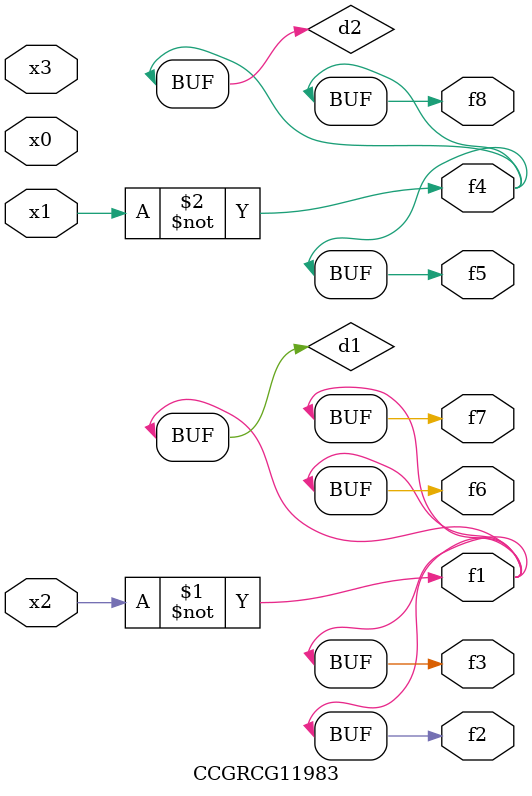
<source format=v>
module CCGRCG11983(
	input x0, x1, x2, x3,
	output f1, f2, f3, f4, f5, f6, f7, f8
);

	wire d1, d2;

	xnor (d1, x2);
	not (d2, x1);
	assign f1 = d1;
	assign f2 = d1;
	assign f3 = d1;
	assign f4 = d2;
	assign f5 = d2;
	assign f6 = d1;
	assign f7 = d1;
	assign f8 = d2;
endmodule

</source>
